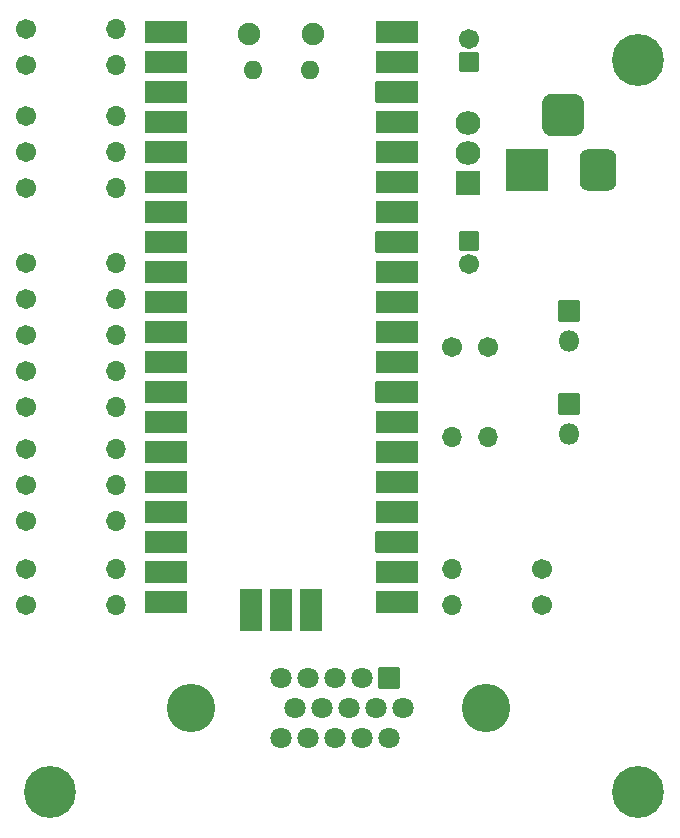
<source format=gbr>
G04 #@! TF.GenerationSoftware,KiCad,Pcbnew,6.0.10-1.fc36*
G04 #@! TF.CreationDate,2023-01-09T12:43:08-05:00*
G04 #@! TF.ProjectId,my_vga_board,6d795f76-6761-45f6-926f-6172642e6b69,v01*
G04 #@! TF.SameCoordinates,Original*
G04 #@! TF.FileFunction,Soldermask,Top*
G04 #@! TF.FilePolarity,Negative*
%FSLAX46Y46*%
G04 Gerber Fmt 4.6, Leading zero omitted, Abs format (unit mm)*
G04 Created by KiCad (PCBNEW 6.0.10-1.fc36) date 2023-01-09 12:43:08*
%MOMM*%
%LPD*%
G01*
G04 APERTURE LIST*
G04 Aperture macros list*
%AMRoundRect*
0 Rectangle with rounded corners*
0 $1 Rounding radius*
0 $2 $3 $4 $5 $6 $7 $8 $9 X,Y pos of 4 corners*
0 Add a 4 corners polygon primitive as box body*
4,1,4,$2,$3,$4,$5,$6,$7,$8,$9,$2,$3,0*
0 Add four circle primitives for the rounded corners*
1,1,$1+$1,$2,$3*
1,1,$1+$1,$4,$5*
1,1,$1+$1,$6,$7*
1,1,$1+$1,$8,$9*
0 Add four rect primitives between the rounded corners*
20,1,$1+$1,$2,$3,$4,$5,0*
20,1,$1+$1,$4,$5,$6,$7,0*
20,1,$1+$1,$6,$7,$8,$9,0*
20,1,$1+$1,$8,$9,$2,$3,0*%
G04 Aperture macros list end*
%ADD10C,1.701600*%
%ADD11O,1.701600X1.701600*%
%ADD12C,4.401600*%
%ADD13RoundRect,0.050800X0.800000X-0.800000X0.800000X0.800000X-0.800000X0.800000X-0.800000X-0.800000X0*%
%ADD14RoundRect,0.050800X-0.850000X-0.850000X0.850000X-0.850000X0.850000X0.850000X-0.850000X0.850000X0*%
%ADD15O,1.801600X1.801600*%
%ADD16RoundRect,0.050800X1.000000X-0.952500X1.000000X0.952500X-1.000000X0.952500X-1.000000X-0.952500X0*%
%ADD17O,2.101600X2.006600*%
%ADD18RoundRect,0.050800X-0.800000X0.800000X-0.800000X-0.800000X0.800000X-0.800000X0.800000X0.800000X0*%
%ADD19C,4.101600*%
%ADD20C,1.801600*%
%ADD21RoundRect,0.050800X1.750000X1.750000X-1.750000X1.750000X-1.750000X-1.750000X1.750000X-1.750000X0*%
%ADD22RoundRect,0.800800X0.750000X1.000000X-0.750000X1.000000X-0.750000X-1.000000X0.750000X-1.000000X0*%
%ADD23RoundRect,0.925800X0.875000X0.875000X-0.875000X0.875000X-0.875000X-0.875000X0.875000X-0.875000X0*%
%ADD24O,1.601600X1.601600*%
%ADD25O,1.901600X1.901600*%
%ADD26RoundRect,0.050800X-1.750000X-0.850000X1.750000X-0.850000X1.750000X0.850000X-1.750000X0.850000X0*%
%ADD27RoundRect,0.050800X0.850000X-1.750000X0.850000X1.750000X-0.850000X1.750000X-0.850000X-1.750000X0*%
G04 APERTURE END LIST*
D10*
X128010000Y-112216000D03*
D11*
X135630000Y-112216000D03*
D12*
X130048000Y-131064000D03*
D10*
X128010000Y-102056000D03*
D11*
X135630000Y-102056000D03*
D13*
X165506000Y-69287612D03*
D10*
X165506000Y-67287612D03*
X128010000Y-69544000D03*
D11*
X135630000Y-69544000D03*
D10*
X128010000Y-105104000D03*
D11*
X135630000Y-105104000D03*
D10*
X128010000Y-98500000D03*
D11*
X135630000Y-98500000D03*
D10*
X128010000Y-86308000D03*
D11*
X135630000Y-86308000D03*
D10*
X128010000Y-108152000D03*
D11*
X135630000Y-108152000D03*
D10*
X128010000Y-115264000D03*
D11*
X135630000Y-115264000D03*
D14*
X173927000Y-98241000D03*
D15*
X173927000Y-100781000D03*
D10*
X171698000Y-112216000D03*
D11*
X164078000Y-112216000D03*
D10*
X128010000Y-66496000D03*
D11*
X135630000Y-66496000D03*
D10*
X128010000Y-79958000D03*
D11*
X135630000Y-79958000D03*
D16*
X165435000Y-79508500D03*
D17*
X165435000Y-76968500D03*
X165435000Y-74428500D03*
D18*
X165506000Y-84395388D03*
D10*
X165506000Y-86395388D03*
D12*
X179832000Y-69088000D03*
D19*
X141937000Y-123952000D03*
X166927000Y-123952000D03*
D14*
X158762000Y-121412000D03*
D20*
X156472000Y-121412000D03*
X154182000Y-121412000D03*
X151892000Y-121412000D03*
X149602000Y-121412000D03*
X159907000Y-123952000D03*
X157617000Y-123952000D03*
X155327000Y-123952000D03*
X153037000Y-123952000D03*
X150747000Y-123952000D03*
X158762000Y-126492000D03*
X156472000Y-126492000D03*
X154182000Y-126492000D03*
X151892000Y-126492000D03*
X149602000Y-126492000D03*
D14*
X173927000Y-90367000D03*
D15*
X173927000Y-92907000D03*
D21*
X170428000Y-78427500D03*
D22*
X176428000Y-78427500D03*
D23*
X173428000Y-73727500D03*
D10*
X128010000Y-73862000D03*
D11*
X135630000Y-73862000D03*
D10*
X171698000Y-115264000D03*
D11*
X164078000Y-115264000D03*
D10*
X128010000Y-95452000D03*
D11*
X135630000Y-95452000D03*
D10*
X164078000Y-93420000D03*
D11*
X164078000Y-101040000D03*
D10*
X128010000Y-76910000D03*
D11*
X135630000Y-76910000D03*
D10*
X128010000Y-92404000D03*
D11*
X135630000Y-92404000D03*
D12*
X179832000Y-131064000D03*
D24*
X152025000Y-69910000D03*
D25*
X146875000Y-66880000D03*
X152325000Y-66880000D03*
D24*
X147175000Y-69910000D03*
D26*
X139810000Y-66750000D03*
D15*
X140710000Y-66750000D03*
X140710000Y-69290000D03*
D26*
X139810000Y-69290000D03*
D14*
X140710000Y-71830000D03*
D26*
X139810000Y-71830000D03*
X139810000Y-74370000D03*
D15*
X140710000Y-74370000D03*
X140710000Y-76910000D03*
D26*
X139810000Y-76910000D03*
D15*
X140710000Y-79450000D03*
D26*
X139810000Y-79450000D03*
D15*
X140710000Y-81990000D03*
D26*
X139810000Y-81990000D03*
X139810000Y-84530000D03*
D14*
X140710000Y-84530000D03*
D15*
X140710000Y-87070000D03*
D26*
X139810000Y-87070000D03*
X139810000Y-89610000D03*
D15*
X140710000Y-89610000D03*
X140710000Y-92150000D03*
D26*
X139810000Y-92150000D03*
D15*
X140710000Y-94690000D03*
D26*
X139810000Y-94690000D03*
X139810000Y-97230000D03*
D14*
X140710000Y-97230000D03*
D15*
X140710000Y-99770000D03*
D26*
X139810000Y-99770000D03*
D15*
X140710000Y-102310000D03*
D26*
X139810000Y-102310000D03*
X139810000Y-104850000D03*
D15*
X140710000Y-104850000D03*
D26*
X139810000Y-107390000D03*
D15*
X140710000Y-107390000D03*
D14*
X140710000Y-109930000D03*
D26*
X139810000Y-109930000D03*
X139810000Y-112470000D03*
D15*
X140710000Y-112470000D03*
D26*
X139810000Y-115010000D03*
D15*
X140710000Y-115010000D03*
D26*
X159390000Y-115010000D03*
D15*
X158490000Y-115010000D03*
X158490000Y-112470000D03*
D26*
X159390000Y-112470000D03*
D14*
X158490000Y-109930000D03*
D26*
X159390000Y-109930000D03*
X159390000Y-107390000D03*
D15*
X158490000Y-107390000D03*
D26*
X159390000Y-104850000D03*
D15*
X158490000Y-104850000D03*
D26*
X159390000Y-102310000D03*
D15*
X158490000Y-102310000D03*
D26*
X159390000Y-99770000D03*
D15*
X158490000Y-99770000D03*
D14*
X158490000Y-97230000D03*
D26*
X159390000Y-97230000D03*
X159390000Y-94690000D03*
D15*
X158490000Y-94690000D03*
X158490000Y-92150000D03*
D26*
X159390000Y-92150000D03*
D15*
X158490000Y-89610000D03*
D26*
X159390000Y-89610000D03*
X159390000Y-87070000D03*
D15*
X158490000Y-87070000D03*
D26*
X159390000Y-84530000D03*
D14*
X158490000Y-84530000D03*
D15*
X158490000Y-81990000D03*
D26*
X159390000Y-81990000D03*
X159390000Y-79450000D03*
D15*
X158490000Y-79450000D03*
X158490000Y-76910000D03*
D26*
X159390000Y-76910000D03*
X159390000Y-74370000D03*
D15*
X158490000Y-74370000D03*
D26*
X159390000Y-71830000D03*
D14*
X158490000Y-71830000D03*
D26*
X159390000Y-69290000D03*
D15*
X158490000Y-69290000D03*
D26*
X159390000Y-66750000D03*
D15*
X158490000Y-66750000D03*
D27*
X147060000Y-115680000D03*
D15*
X147060000Y-114780000D03*
D14*
X149600000Y-114780000D03*
D27*
X149600000Y-115680000D03*
X152140000Y-115680000D03*
D15*
X152140000Y-114780000D03*
D10*
X167126000Y-93420000D03*
D11*
X167126000Y-101040000D03*
D10*
X128010000Y-89356000D03*
D11*
X135630000Y-89356000D03*
M02*

</source>
